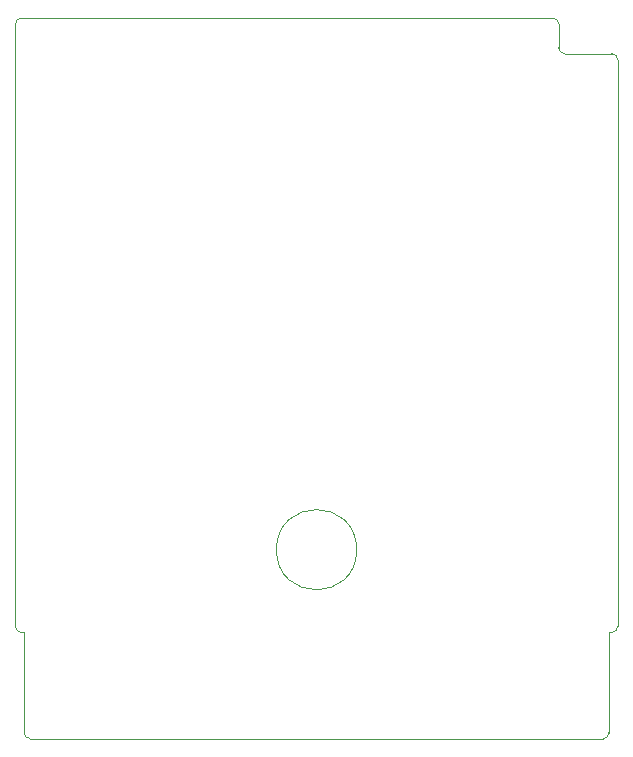
<source format=gbr>
G04 #@! TF.GenerationSoftware,KiCad,Pcbnew,(6.0.2)*
G04 #@! TF.CreationDate,2022-02-19T19:54:12+00:00*
G04 #@! TF.ProjectId,Gameboy 64KB Cart Discrete Logic Fixed Rev2,47616d65-626f-4792-9036-344b42204361,rev?*
G04 #@! TF.SameCoordinates,Original*
G04 #@! TF.FileFunction,Profile,NP*
%FSLAX46Y46*%
G04 Gerber Fmt 4.6, Leading zero omitted, Abs format (unit mm)*
G04 Created by KiCad (PCBNEW (6.0.2)) date 2022-02-19 19:54:12*
%MOMM*%
%LPD*%
G01*
G04 APERTURE LIST*
G04 #@! TA.AperFunction,Profile*
%ADD10C,0.050000*%
G04 #@! TD*
G04 APERTURE END LIST*
D10*
X170250000Y-100500000D02*
X170250000Y-52500000D01*
X164750000Y-49000000D02*
X119750000Y-49000000D01*
X165750000Y-52000000D02*
X169750000Y-52000000D01*
X148150368Y-94000000D02*
G75*
G03*
X148150368Y-94000000I-3400368J0D01*
G01*
X120000000Y-109500000D02*
X120000000Y-101000000D01*
X119250000Y-100500000D02*
G75*
G03*
X119750000Y-101000000I500001J1D01*
G01*
X165250000Y-51500000D02*
G75*
G03*
X165750000Y-52000000I500001J1D01*
G01*
X120500000Y-110000000D02*
X169000000Y-110000000D01*
X169000000Y-110000000D02*
G75*
G03*
X169500000Y-109500000I-1J500001D01*
G01*
X120000000Y-109500000D02*
G75*
G03*
X120500000Y-110000000I500001J1D01*
G01*
X165250000Y-49500000D02*
G75*
G03*
X164750000Y-49000000I-500001J-1D01*
G01*
X120000000Y-101000000D02*
X119750000Y-101000000D01*
X119250000Y-100500000D02*
X119250000Y-49500000D01*
X165250000Y-49500000D02*
X165250000Y-51500000D01*
X169750000Y-101000000D02*
G75*
G03*
X170250000Y-100500000I-1J500001D01*
G01*
X170250000Y-52500000D02*
G75*
G03*
X169750000Y-52000000I-500001J-1D01*
G01*
X119750000Y-49000000D02*
G75*
G03*
X119250000Y-49500000I1J-500001D01*
G01*
X169500000Y-109500000D02*
X169500000Y-101000000D01*
X169500000Y-101000000D02*
X169750000Y-101000000D01*
M02*

</source>
